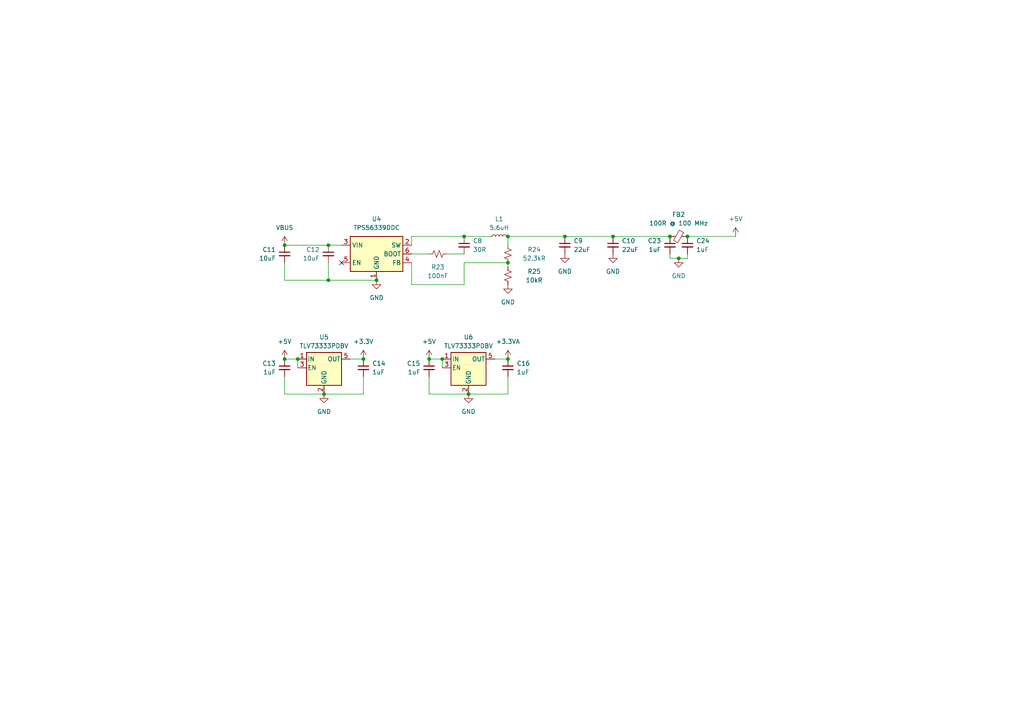
<source format=kicad_sch>
(kicad_sch (version 20241004) (generator "eeschema") (generator_version "8.99")
  (paper "A4")
  (lib_symbols
    (symbol "Device:C_Small" (pin_numbers (hide yes)) (pin_names (offset 0.254) (hide yes))
      (property "Reference" "C" (at 0.254 1.778 0))
      (property "Value" "C_Small" (at 0.254 -2.032 0))
      (symbol "C_Small_0_1"
        (polyline (pts (xy -1.524 0.508) (xy 1.524 0.508)) (stroke (width 0.3048)))
        (polyline (pts (xy -1.524 -0.508) (xy 1.524 -0.508)) (stroke (width 0.3302)))
      )
      (symbol "C_Small_1_1"
        (pin passive line (at 0 2.54 270) (length 2.032) (name "~") (number "1"))
        (pin passive line (at 0 -2.54 90) (length 2.032) (name "~") (number "2"))
      )
    )
    (symbol "Device:FerriteBead_Small" (pin_numbers (hide yes)) (pin_names (offset 0))
      (property "Reference" "FB" (at 1.905 1.27 0))
      (property "Value" "FerriteBead_Small" (at 1.905 -1.27 0))
      (symbol "FerriteBead_Small_0_1"
        (polyline (pts (xy -1.8288 0.2794) (xy -1.1176 1.4986) (xy 1.8288 -0.2032) (xy 1.1176 -1.4224) (xy -1.8288 0.2794)))
        (polyline (pts (xy 0 0.889) (xy 0 1.2954)))
        (polyline (pts (xy 0 -1.27) (xy 0 -0.7874)))
      )
      (symbol "FerriteBead_Small_1_1"
        (pin passive line (at 0 2.54 270) (length 1.27) (name "~") (number "1"))
        (pin passive line (at 0 -2.54 90) (length 1.27) (name "~") (number "2"))
      )
    )
    (symbol "Device:L_Small" (pin_numbers (hide yes)) (pin_names (offset 0.254) (hide yes))
      (property "Reference" "L" (at 0.762 1.016 0))
      (property "Value" "L_Small" (at 0.762 -1.016 0))
      (symbol "L_Small_0_1"
        (arc (start 0 2.032) (mid 0.5058 1.524) (end 0 1.016))
        (arc (start 0 1.016) (mid 0.5058 0.508) (end 0 0))
        (arc (start 0 0) (mid 0.5058 -0.508) (end 0 -1.016))
        (arc (start 0 -1.016) (mid 0.5058 -1.524) (end 0 -2.032))
      )
      (symbol "L_Small_1_1"
        (pin passive line (at 0 2.54 270) (length 0.508) (name "~") (number "1"))
        (pin passive line (at 0 -2.54 90) (length 0.508) (name "~") (number "2"))
      )
    )
    (symbol "Device:R_Small_US" (pin_numbers (hide yes)) (pin_names (offset 0.254) (hide yes))
      (property "Reference" "R" (at 0.762 0.508 0))
      (property "Value" "R_Small_US" (at 0.762 -1.016 0))
      (symbol "R_Small_US_1_1"
        (polyline (pts (xy 0 1.524) (xy 1.016 1.143) (xy 0 0.762) (xy -1.016 0.381) (xy 0 0)))
        (polyline (pts (xy 0 0) (xy 1.016 -0.381) (xy 0 -0.762) (xy -1.016 -1.143) (xy 0 -1.524)))
        (pin passive line (at 0 2.54 270) (length 1.016) (name "~") (number "1"))
        (pin passive line (at 0 -2.54 90) (length 1.016) (name "~") (number "2"))
      )
    )
    (symbol "Regulator_Linear:TLV73333PDBV" (pin_names (offset 0.254))
      (property "Reference" "U" (at -3.81 5.715 0))
      (property "Value" "TLV73333PDBV" (at 0 5.715 0))
      (symbol "TLV73333PDBV_0_1"
        (rectangle (start -5.08 4.445) (end 5.08 -5.08) (stroke (width 0.254)) (fill (type background)))
      )
      (symbol "TLV73333PDBV_1_1"
        (pin power_in line (at -7.62 2.54 0) (length 2.54) (name "IN") (number "1"))
        (pin input line (at -7.62 0 0) (length 2.54) (name "EN") (number "3"))
        (pin power_in line (at 0 -7.62 90) (length 2.54) (name "GND") (number "2"))
        (pin no_connect line (at 5.08 0 180) (length 2.54) (hide yes) (name "NC") (number "4"))
        (pin power_out line (at 7.62 2.54 180) (length 2.54) (name "OUT") (number "5"))
      )
    )
    (symbol "Regulator_Switching:TPS56339DDC"
      (property "Reference" "U" (at -7.62 6.35 0))
      (property "Value" "TPS56339DDC" (at -2.54 6.35 0))
      (symbol "TPS56339DDC_0_1"
        (rectangle (start -7.62 5.08) (end 7.62 -5.08) (stroke (width 0.254)) (fill (type background)))
      )
      (symbol "TPS56339DDC_1_1"
        (pin power_in line (at -10.16 2.54 0) (length 2.54) (name "VIN") (number "3"))
        (pin input line (at -10.16 -2.54 0) (length 2.54) (name "EN") (number "5"))
        (pin power_in line (at 0 -7.62 90) (length 2.54) (name "GND") (number "1"))
        (pin power_out line (at 10.16 2.54 180) (length 2.54) (name "SW") (number "2"))
        (pin passive line (at 10.16 0 180) (length 2.54) (name "BOOT") (number "6"))
        (pin input line (at 10.16 -2.54 180) (length 2.54) (name "FB") (number "4"))
      )
    )
    (symbol "power:+3.3V" (power) (pin_names (offset 0))
      (property "Value" "+3.3V" (at 0 3.556 0))
      (symbol "+3.3V_0_1"
        (polyline (pts (xy -0.762 1.27) (xy 0 2.54)))
        (polyline (pts (xy 0 2.54) (xy 0.762 1.27)))
        (polyline (pts (xy 0 0) (xy 0 2.54)))
      )
      (symbol "+3.3V_1_1"
        (pin power_in line (at 0 0 90) (length 0) (hide yes) (name "+3.3V") (number "1"))
      )
    )
    (symbol "power:+3.3VA" (power) (pin_names (offset 0))
      (property "Value" "+3.3VA" (at 0 3.556 0))
      (symbol "+3.3VA_0_1"
        (polyline (pts (xy -0.762 1.27) (xy 0 2.54)))
        (polyline (pts (xy 0 2.54) (xy 0.762 1.27)))
        (polyline (pts (xy 0 0) (xy 0 2.54)))
      )
      (symbol "+3.3VA_1_1"
        (pin power_in line (at 0 0 90) (length 0) (hide yes) (name "+3.3VA") (number "1"))
      )
    )
    (symbol "power:+5V" (power) (pin_names (offset 0))
      (property "Value" "+5V" (at 0 3.556 0))
      (symbol "+5V_0_1"
        (polyline (pts (xy -0.762 1.27) (xy 0 2.54)))
        (polyline (pts (xy 0 2.54) (xy 0.762 1.27)))
        (polyline (pts (xy 0 0) (xy 0 2.54)))
      )
      (symbol "+5V_1_1"
        (pin power_in line (at 0 0 90) (length 0) (hide yes) (name "+5V") (number "1"))
      )
    )
    (symbol "power:GND" (power) (pin_names (offset 0))
      (property "Value" "GND" (at 0 -3.81 0))
      (symbol "GND_0_1"
        (polyline (pts (xy 0 0) (xy 0 -1.27) (xy 1.27 -1.27) (xy 0 -2.54) (xy -1.27 -1.27) (xy 0 -1.27)))
      )
      (symbol "GND_1_1"
        (pin power_in line (at 0 0 270) (length 0) (hide yes) (name "GND") (number "1"))
      )
    )
    (symbol "power:VBUS" (power) (pin_names (offset 0))
      (property "Value" "VBUS" (at 0 3.81 0))
      (symbol "VBUS_0_1"
        (polyline (pts (xy -0.762 1.27) (xy 0 2.54)))
        (polyline (pts (xy 0 2.54) (xy 0.762 1.27)))
        (polyline (pts (xy 0 0) (xy 0 2.54)))
      )
      (symbol "VBUS_1_1"
        (pin power_in line (at 0 0 90) (length 0) (hide yes) (name "VBUS") (number "1"))
      )
    )
  )
  (junction (at 147.32 68.58))
  (junction (at 147.32 76.2))
  (junction (at 105.41 104.14))
  (junction (at 147.32 104.14))
  (junction (at 196.85 74.93))
  (junction (at 163.83 68.58))
  (junction (at 135.89 114.3))
  (junction (at 109.22 81.28))
  (junction (at 86.36 104.14))
  (junction (at 199.39 68.58))
  (junction (at 93.98 114.3))
  (junction (at 82.55 104.14))
  (junction (at 124.46 104.14))
  (junction (at 82.55 71.12))
  (junction (at 128.27 104.14))
  (junction (at 95.25 71.12))
  (junction (at 95.25 81.28))
  (junction (at 134.62 68.58))
  (junction (at 177.8 68.58))
  (junction (at 194.31 68.58))
  (no_connect (at 99.06 76.2))
  (wire (pts (xy 119.38 73.66) (xy 124.46 73.66)))
  (wire (pts (xy 82.55 81.28) (xy 95.25 81.28)))
  (wire (pts (xy 93.98 114.3) (xy 105.41 114.3)))
  (wire (pts (xy 199.39 68.58) (xy 213.36 68.58)))
  (wire (pts (xy 177.8 68.58) (xy 194.31 68.58)))
  (wire (pts (xy 147.32 76.2) (xy 147.32 77.47)))
  (wire (pts (xy 86.36 104.14) (xy 86.36 106.68)))
  (wire (pts (xy 82.55 114.3) (xy 93.98 114.3)))
  (wire (pts (xy 147.32 68.58) (xy 163.83 68.58)))
  (wire (pts (xy 142.24 68.58) (xy 134.62 68.58)))
  (wire (pts (xy 82.55 109.22) (xy 82.55 114.3)))
  (wire (pts (xy 95.25 81.28) (xy 109.22 81.28)))
  (wire (pts (xy 147.32 68.58) (xy 147.32 71.12)))
  (wire (pts (xy 129.54 73.66) (xy 134.62 73.66)))
  (wire (pts (xy 82.55 76.2) (xy 82.55 81.28)))
  (wire (pts (xy 95.25 76.2) (xy 95.25 81.28)))
  (wire (pts (xy 128.27 104.14) (xy 128.27 106.68)))
  (wire (pts (xy 124.46 114.3) (xy 135.89 114.3)))
  (wire (pts (xy 119.38 68.58) (xy 134.62 68.58)))
  (wire (pts (xy 147.32 109.22) (xy 147.32 114.3)))
  (wire (pts (xy 82.55 71.12) (xy 95.25 71.12)))
  (wire (pts (xy 95.25 71.12) (xy 99.06 71.12)))
  (wire (pts (xy 105.41 104.14) (xy 101.6 104.14)))
  (wire (pts (xy 134.62 76.2) (xy 134.62 82.55)))
  (wire (pts (xy 105.41 109.22) (xy 105.41 114.3)))
  (wire (pts (xy 124.46 109.22) (xy 124.46 114.3)))
  (wire (pts (xy 147.32 104.14) (xy 143.51 104.14)))
  (wire (pts (xy 196.85 74.93) (xy 194.31 74.93)))
  (wire (pts (xy 119.38 68.58) (xy 119.38 71.12)))
  (wire (pts (xy 163.83 68.58) (xy 177.8 68.58)))
  (wire (pts (xy 199.39 73.66) (xy 199.39 74.93)))
  (wire (pts (xy 119.38 82.55) (xy 119.38 76.2)))
  (wire (pts (xy 194.31 74.93) (xy 194.31 73.66)))
  (wire (pts (xy 119.38 82.55) (xy 134.62 82.55)))
  (wire (pts (xy 134.62 76.2) (xy 147.32 76.2)))
  (wire (pts (xy 199.39 74.93) (xy 196.85 74.93)))
  (wire (pts (xy 82.55 104.14) (xy 86.36 104.14)))
  (wire (pts (xy 124.46 104.14) (xy 128.27 104.14)))
  (wire (pts (xy 135.89 114.3) (xy 147.32 114.3)))
  (symbol (lib_id "power:+5V") (at 213.36 68.58 0) (unit 1)
    (property "Reference" "#PWR028" (effects (hide yes)))
    (property "Value" "+5V" (at 213.36 63.5 0))
    (property "Description" "Power symbol creates a global label with name \"+5V\"" (effects (hide yes)))
  )
  (symbol (lib_id "power:GND") (at 135.89 114.3 0) (unit 1)
    (property "Reference" "#PWR040" (effects (hide yes)))
    (property "Value" "GND" (at 135.89 119.38 0))
    (property "Description" "Power symbol creates a global label with name \"GND\" , ground" (effects (hide yes)))
  )
  (symbol (lib_id "Device:L_Small") (at 144.78 68.58 90) (unit 1)
    (property "Reference" "L1" (at 144.78 63.5 90))
    (property "Value" "5.6uH" (at 144.78 66.04 90))
    (property "Description" "Inductor, small symbol" (effects (hide yes)))
  )
  (symbol (lib_id "Device:C_Small") (at 82.55 106.68 0) (mirror y) (unit 1)
    (property "Reference" "C13" (at 80.01 105.4162 0) (effects (justify left)))
    (property "Value" "1uF" (at 80.01 107.9562 0) (effects (justify left)))
    (property "Description" "Unpolarized capacitor, small symbol" (effects (hide yes)))
  )
  (symbol (lib_id "power:VBUS") (at 82.55 71.12 0) (unit 1)
    (property "Reference" "#PWR029" (effects (hide yes)))
    (property "Value" "VBUS" (at 82.55 66.04 0))
    (property "Description" "Power symbol creates a global label with name \"VBUS\"" (effects (hide yes)))
  )
  (symbol (lib_id "Device:C_Small") (at 105.41 106.68 0) (unit 1)
    (property "Reference" "C14" (at 107.95 105.4162 0) (effects (justify left)))
    (property "Value" "1uF" (at 107.95 107.9562 0) (effects (justify left)))
    (property "Description" "Unpolarized capacitor, small symbol" (effects (hide yes)))
  )
  (symbol (lib_id "Device:C_Small") (at 95.25 73.66 0) (mirror y) (unit 1)
    (property "Reference" "C12" (at 92.71 72.3962 0) (effects (justify left)))
    (property "Value" "10uF" (at 92.71 74.9362 0) (effects (justify left)))
    (property "Description" "Unpolarized capacitor, small symbol" (effects (hide yes)))
  )
  (symbol (lib_id "Device:R_Small_US") (at 127 73.66 270) (unit 1)
    (property "Reference" "R23" (at 127 77.47 90))
    (property "Value" "100nF" (at 127 80.01 90))
    (property "Description" "Resistor, small US symbol" (effects (hide yes)))
  )
  (symbol (lib_id "Device:C_Small") (at 134.62 71.12 0) (unit 1)
    (property "Reference" "C8" (at 137.16 69.8562 0) (effects (justify left)))
    (property "Value" "30R" (at 137.16 72.3962 0) (effects (justify left)))
    (property "Description" "Unpolarized capacitor, small symbol" (effects (hide yes)))
  )
  (symbol (lib_id "Device:C_Small") (at 199.39 71.12 0) (unit 1)
    (property "Reference" "C24" (at 201.93 69.8562 0) (effects (justify left)))
    (property "Value" "1uF" (at 201.93 72.3962 0) (effects (justify left)))
    (property "Description" "Unpolarized capacitor, small symbol" (effects (hide yes)))
  )
  (symbol (lib_id "power:GND") (at 109.22 81.28 0) (unit 1)
    (property "Reference" "#PWR032" (effects (hide yes)))
    (property "Value" "GND" (at 109.22 86.36 0))
    (property "Description" "Power symbol creates a global label with name \"GND\" , ground" (effects (hide yes)))
  )
  (symbol (lib_id "Device:C_Small") (at 82.55 73.66 0) (mirror y) (unit 1)
    (property "Reference" "C11" (at 80.01 72.3962 0) (effects (justify left)))
    (property "Value" "10uF" (at 80.01 74.9362 0) (effects (justify left)))
    (property "Description" "Unpolarized capacitor, small symbol" (effects (hide yes)))
  )
  (symbol (lib_id "power:GND") (at 177.8 73.66 0) (unit 1)
    (property "Reference" "#PWR031" (effects (hide yes)))
    (property "Value" "GND" (at 177.8 78.74 0))
    (property "Description" "Power symbol creates a global label with name \"GND\" , ground" (effects (hide yes)))
  )
  (symbol (lib_id "power:GND") (at 93.98 114.3 0) (unit 1)
    (property "Reference" "#PWR039" (effects (hide yes)))
    (property "Value" "GND" (at 93.98 119.38 0))
    (property "Description" "Power symbol creates a global label with name \"GND\" , ground" (effects (hide yes)))
  )
  (symbol (lib_id "Device:C_Small") (at 177.8 71.12 0) (unit 1)
    (property "Reference" "C10" (at 180.34 69.8562 0) (effects (justify left)))
    (property "Value" "22uF" (at 180.34 72.3962 0) (effects (justify left)))
    (property "Description" "Unpolarized capacitor, small symbol" (effects (hide yes)))
  )
  (symbol (lib_id "power:GND") (at 147.32 82.55 0) (unit 1)
    (property "Reference" "#PWR033" (effects (hide yes)))
    (property "Value" "GND" (at 147.32 87.63 0))
    (property "Description" "Power symbol creates a global label with name \"GND\" , ground" (effects (hide yes)))
  )
  (symbol (lib_id "Device:C_Small") (at 194.31 71.12 0) (mirror y) (unit 1)
    (property "Reference" "C23" (at 191.77 69.8562 0) (effects (justify left)))
    (property "Value" "1uF" (at 191.77 72.3962 0) (effects (justify left)))
    (property "Description" "Unpolarized capacitor, small symbol" (effects (hide yes)))
  )
  (symbol (lib_id "power:GND") (at 163.83 73.66 0) (unit 1)
    (property "Reference" "#PWR030" (effects (hide yes)))
    (property "Value" "GND" (at 163.83 78.74 0))
    (property "Description" "Power symbol creates a global label with name \"GND\" , ground" (effects (hide yes)))
  )
  (symbol (lib_id "power:+3.3VA") (at 147.32 104.14 0) (unit 1)
    (property "Reference" "#PWR038" (effects (hide yes)))
    (property "Value" "+3.3VA" (at 147.32 99.06 0))
    (property "Description" "Power symbol creates a global label with name \"+3.3VA\"" (effects (hide yes)))
  )
  (symbol (lib_id "Device:C_Small") (at 147.32 106.68 0) (unit 1)
    (property "Reference" "C16" (at 149.86 105.4162 0) (effects (justify left)))
    (property "Value" "1uF" (at 149.86 107.9562 0) (effects (justify left)))
    (property "Description" "Unpolarized capacitor, small symbol" (effects (hide yes)))
  )
  (symbol (lib_id "Device:FerriteBead_Small") (at 196.85 68.58 90) (unit 1)
    (property "Reference" "FB2" (at 196.8119 62.23 90))
    (property "Value" "100R @ 100 MHz" (at 196.8119 64.77 90))
    (property "Description" "Ferrite bead, small symbol" (effects (hide yes)))
  )
  (symbol (lib_id "power:+5V") (at 124.46 104.14 0) (unit 1)
    (property "Reference" "#PWR036" (effects (hide yes)))
    (property "Value" "+5V" (at 124.46 99.06 0))
    (property "Description" "Power symbol creates a global label with name \"+5V\"" (effects (hide yes)))
  )
  (symbol (lib_id "power:+3.3V") (at 105.41 104.14 0) (unit 1)
    (property "Reference" "#PWR035" (effects (hide yes)))
    (property "Value" "+3.3V" (at 105.41 99.06 0))
    (property "Description" "Power symbol creates a global label with name \"+3.3V\"" (effects (hide yes)))
  )
  (symbol (lib_id "Regulator_Switching:TPS56339DDC") (at 109.22 73.66 0) (unit 1)
    (property "Reference" "U4" (at 109.22 63.5 0))
    (property "Value" "TPS56339DDC" (at 109.22 66.04 0))
    (property "Footprint" "Package_TO_SOT_SMD:SOT-23-6" (effects (hide yes)))
    (property "Datasheet" "https://www.ti.com/lit/ds/symlink/tps56339.pdf" (effects (hide yes)))
    (property "Description" "4.5V to 24V Input, 3-A Output Synchronous Buck Converter, SOT-23-6" (effects (hide yes)))
  )
  (symbol (lib_id "Regulator_Linear:TLV73333PDBV") (at 93.98 106.68 0) (unit 1)
    (property "Reference" "U5" (at 93.98 97.79 0))
    (property "Value" "TLV73333PDBV" (at 93.98 100.33 0))
    (property "Footprint" "Package_TO_SOT_SMD:SOT-23-5" (effects (hide yes)))
    (property "Datasheet" "http://www.ti.com/lit/ds/symlink/tlv733p.pdf" (effects (hide yes)))
    (property "Description" "300mA Capacitor-Free Low Dropout Voltage Regulator, Fixed Output 3.3V, SOT-23-5" (effects (hide yes)))
  )
  (symbol (lib_id "power:GND") (at 196.85 74.93 0) (unit 1)
    (property "Reference" "#PWR057" (effects (hide yes)))
    (property "Value" "GND" (at 196.85 80.01 0))
    (property "Description" "Power symbol creates a global label with name \"GND\" , ground" (effects (hide yes)))
  )
  (symbol (lib_id "Regulator_Linear:TLV73333PDBV") (at 135.89 106.68 0) (unit 1)
    (property "Reference" "U6" (at 135.89 97.79 0))
    (property "Value" "TLV73333PDBV" (at 135.89 100.33 0))
    (property "Footprint" "Package_TO_SOT_SMD:SOT-23-5" (effects (hide yes)))
    (property "Datasheet" "http://www.ti.com/lit/ds/symlink/tlv733p.pdf" (effects (hide yes)))
    (property "Description" "300mA Capacitor-Free Low Dropout Voltage Regulator, Fixed Output 3.3V, SOT-23-5" (effects (hide yes)))
  )
  (symbol (lib_id "Device:C_Small") (at 163.83 71.12 0) (unit 1)
    (property "Reference" "C9" (at 166.37 69.8562 0) (effects (justify left)))
    (property "Value" "22uF" (at 166.37 72.3962 0) (effects (justify left)))
    (property "Description" "Unpolarized capacitor, small symbol" (effects (hide yes)))
  )
  (symbol (lib_id "Device:R_Small_US") (at 147.32 73.66 0) (unit 1)
    (property "Reference" "R24" (at 154.94 72.39 0))
    (property "Value" "52.3kR" (at 154.94 74.93 0))
    (property "Description" "Resistor, small US symbol" (effects (hide yes)))
  )
  (symbol (lib_id "Device:C_Small") (at 124.46 106.68 0) (mirror y) (unit 1)
    (property "Reference" "C15" (at 121.92 105.4162 0) (effects (justify left)))
    (property "Value" "1uF" (at 121.92 107.9562 0) (effects (justify left)))
    (property "Description" "Unpolarized capacitor, small symbol" (effects (hide yes)))
  )
  (symbol (lib_id "Device:R_Small_US") (at 147.32 80.01 0) (unit 1)
    (property "Reference" "R25" (at 154.94 78.74 0))
    (property "Value" "10kR" (at 154.94 81.28 0))
    (property "Description" "Resistor, small US symbol" (effects (hide yes)))
  )
  (symbol (lib_id "power:+5V") (at 82.55 104.14 0) (unit 1)
    (property "Reference" "#PWR034" (effects (hide yes)))
    (property "Value" "+5V" (at 82.55 99.06 0))
    (property "Description" "Power symbol creates a global label with name \"+5V\"" (effects (hide yes)))
  )
)
</source>
